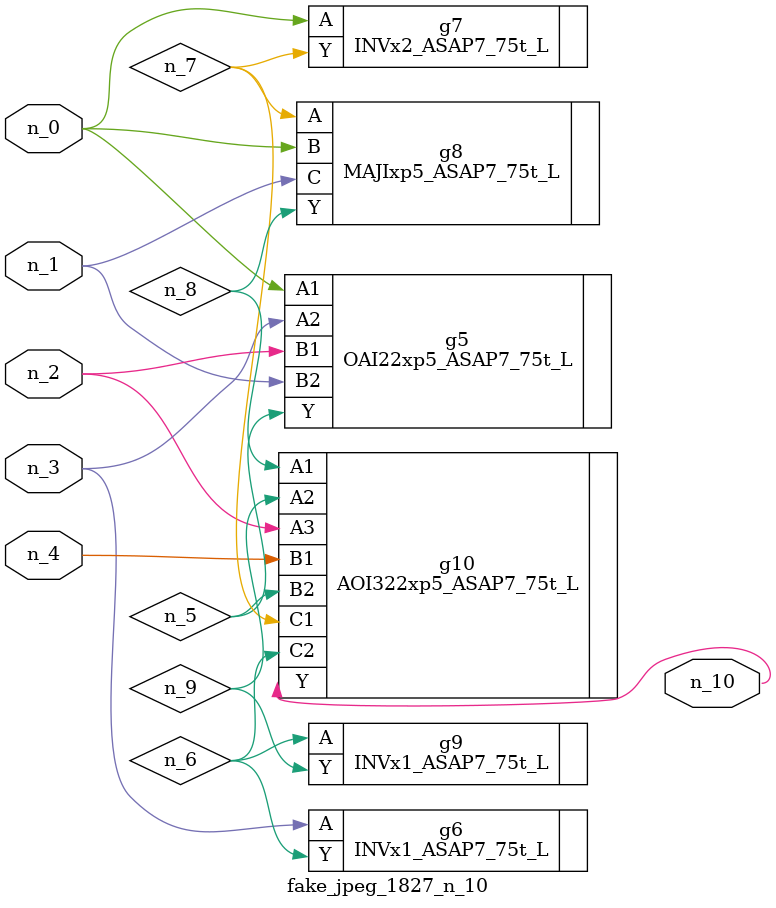
<source format=v>
module fake_jpeg_1827_n_10 (n_3, n_2, n_1, n_0, n_4, n_10);

input n_3;
input n_2;
input n_1;
input n_0;
input n_4;

output n_10;

wire n_8;
wire n_9;
wire n_6;
wire n_5;
wire n_7;

OAI22xp5_ASAP7_75t_L g5 ( 
.A1(n_0),
.A2(n_3),
.B1(n_2),
.B2(n_1),
.Y(n_5)
);

INVx1_ASAP7_75t_L g6 ( 
.A(n_3),
.Y(n_6)
);

INVx2_ASAP7_75t_L g7 ( 
.A(n_0),
.Y(n_7)
);

MAJIxp5_ASAP7_75t_L g8 ( 
.A(n_7),
.B(n_0),
.C(n_1),
.Y(n_8)
);

AOI322xp5_ASAP7_75t_L g10 ( 
.A1(n_8),
.A2(n_9),
.A3(n_2),
.B1(n_4),
.B2(n_5),
.C1(n_7),
.C2(n_6),
.Y(n_10)
);

INVx1_ASAP7_75t_L g9 ( 
.A(n_6),
.Y(n_9)
);


endmodule
</source>
